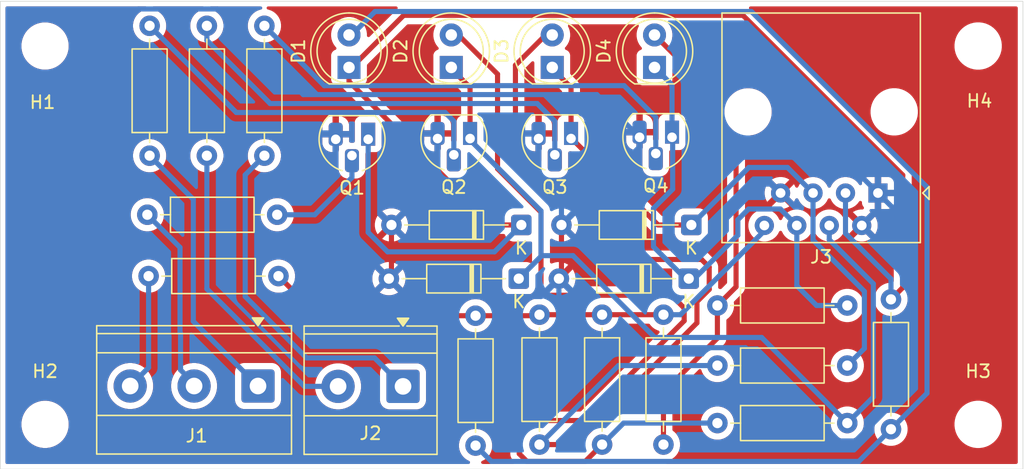
<source format=kicad_pcb>
(kicad_pcb (version 20241229) (generator "pcbnew") (generator_version "9.0")
  (layers (0 "F.Cu" signal) (2 "B.Cu" signal) (13 "F.Paste" user) (15 "B.Paste" user) (5 "F.SilkS" user "F.Silkscreen") (7 "B.SilkS" user "B.Silkscreen") (1 "F.Mask" user) (3 "B.Mask" user) (25 "Edge.Cuts" user))
  (net 0 "")
  (net 1 "Net-(D1-A)")
  (net 2 "Net-(D1-K)")
  (net 3 "Net-(D2-A)")
  (net 4 "Net-(D2-K)")
  (net 5 "Net-(D3-K)")
  (net 6 "Net-(D3-A)")
  (net 7 "Net-(D10-K)")
  (net 8 "Net-(D4-A)")
  (net 9 "Net-(J1-Pin_1)")
  (net 10 "Net-(J1-Pin_2)")
  (net 11 "GNDREF")
  (net 12 "+5V")
  (net 13 "Net-(Q1-B)")
  (net 14 "Net-(Q2-B)")
  (net 15 "Net-(Q3-B)")
  (net 16 "Net-(Q4-B)")
  (net 17 "Net-(J2-Pin_2)")
  (net 18 "Net-(J2-Pin_1)")
  (net 19 "Net-(J1-Pin_3)")
  (footprint "MountingHole:MountingHole_3.2mm_M3" (layer "F.Cu") (at 116.7 95.1)
    (property "Reference" "H1" (at -0.2 4.4 0) (layer "F.SilkS"))
    (property "Value" "MountingHole" (hide yes))
    (pad "" np_thru_hole circle (at 0 0) (size 3.2 3.2) (drill 3.2) (layers "*.Cu" "*.Mask"))
  )
  (footprint "Resistor_THT:R_Axial_DIN0207_L6.3mm_D2.5mm_P10.16mm_Horizontal" (layer "F.Cu") (at 165.08 116.12 -90)
    (property "Reference" "R12" (hide yes))
    (property "Value" "470")
    (fp_line (start 1.04 0) (end 1.81 0) (stroke (width 0.12)) (layer "F.SilkS"))
    (fp_line (start 9.12 0) (end 8.35 0) (stroke (width 0.12)) (layer "F.SilkS"))
    (fp_rect (start 1.81 -1.37) (end 8.35 1.37) (stroke (width 0.12)) (fill no) (layer "F.SilkS"))
    (pad "1" thru_hole circle (at 0 0 270) (size 1.6 1.6) (drill 0.8) (layers "*.Cu" "*.Mask") (net 12 "+5V"))
    (pad "2" thru_hole circle (at 10.16 0 270) (size 1.6 1.6) (drill 0.8) (layers "*.Cu" "*.Mask") (net 8 "Net-(D4-A)"))
  )
  (footprint "Diode_THT:D_DO-35_SOD27_P10.16mm_Horizontal" (layer "F.Cu") (at 153.96 109.1 180)
    (property "Reference" "D7" (hide yes))
    (property "Value" "ZPDxx")
    (fp_line (start 9.12 0) (end 7.2 0) (stroke (width 0.12)) (layer "F.SilkS"))
    (fp_line (start 3.8 -1.12) (end 3.8 1.12) (stroke (width 0.12)) (layer "F.SilkS"))
    (fp_line (start 3.68 -1.12) (end 3.68 1.12) (stroke (width 0.12)) (layer "F.SilkS"))
    (fp_line (start 3.56 -1.12) (end 3.56 1.12) (stroke (width 0.12)) (layer "F.SilkS"))
    (fp_line (start 1.04 0) (end 2.96 0) (stroke (width 0.12)) (layer "F.SilkS"))
    (fp_rect (start 2.96 -1.12) (end 7.2 1.12) (stroke (width 0.12)) (fill no) (layer "F.SilkS"))
    (fp_text user "K" (at 0 -1.8 0) (layer "F.SilkS"))
    (pad "1" thru_hole roundrect (at 0 0 180) (size 1.6 1.6) (drill 0.8) (layers "*.Cu" "*.Mask") (roundrect_rratio 0.15625) (net 2 "Net-(D1-K)"))
    (pad "2" thru_hole circle (at 10.16 0 180) (size 1.6 1.6) (drill 0.8) (layers "*.Cu" "*.Mask") (net 11 "GNDREF"))
  )
  (footprint "Resistor_THT:R_Axial_DIN0207_L6.3mm_D2.5mm_P10.16mm_Horizontal" (layer "F.Cu") (at 169.3 120.1)
    (property "Reference" "R10" (hide yes))
    (property "Value" "10k")
    (fp_line (start 1.04 0) (end 1.81 0) (stroke (width 0.12)) (layer "F.SilkS"))
    (fp_line (start 9.12 0) (end 8.35 0) (stroke (width 0.12)) (layer "F.SilkS"))
    (fp_rect (start 1.81 -1.37) (end 8.35 1.37) (stroke (width 0.12)) (fill no) (layer "F.SilkS"))
    (pad "1" thru_hole circle (at 0 0) (size 1.6 1.6) (drill 0.8) (layers "*.Cu" "*.Mask") (net 6 "Net-(D3-A)"))
    (pad "2" thru_hole circle (at 10.16 0) (size 1.6 1.6) (drill 0.8) (layers "*.Cu" "*.Mask") (net 5 "Net-(D3-K)"))
  )
  (footprint "MountingHole:MountingHole_3.2mm_M3" (layer "F.Cu") (at 189.7 95.1)
    (property "Reference" "H4" (at 0.1 4.3 0) (layer "F.SilkS"))
    (property "Value" "MountingHole" (hide yes))
    (pad "" np_thru_hole circle (at 0 0) (size 3.2 3.2) (drill 3.2) (layers "*.Cu" "*.Mask"))
  )
  (footprint "MountingHole:MountingHole_3.2mm_M3" (layer "F.Cu") (at 189.7 124.7)
    (property "Reference" "H3" (at 0 -4.15 0) (layer "F.SilkS"))
    (property "Value" "MountingHole" (hide yes))
    (pad "" np_thru_hole circle (at 0 0) (size 3.2 3.2) (drill 3.2) (layers "*.Cu" "*.Mask"))
  )
  (footprint "Resistor_THT:R_Axial_DIN0207_L6.3mm_D2.5mm_P10.16mm_Horizontal" (layer "F.Cu") (at 129.36 103.68 90)
    (property "Reference" "R8" (hide yes))
    (property "Value" "220")
    (fp_line (start 9.12 0) (end 8.35 0) (stroke (width 0.12)) (layer "F.SilkS"))
    (fp_line (start 1.04 0) (end 1.81 0) (stroke (width 0.12)) (layer "F.SilkS"))
    (fp_rect (start 1.81 -1.37) (end 8.35 1.37) (stroke (width 0.12)) (fill no) (layer "F.SilkS"))
    (pad "1" thru_hole circle (at 0 0 90) (size 1.6 1.6) (drill 0.8) (layers "*.Cu" "*.Mask") (net 17 "Net-(J2-Pin_2)"))
    (pad "2" thru_hole circle (at 10.16 0 90) (size 1.6 1.6) (drill 0.8) (layers "*.Cu" "*.Mask") (net 15 "Net-(Q3-B)"))
  )
  (footprint "Resistor_THT:R_Axial_DIN0207_L6.3mm_D2.5mm_P10.16mm_Horizontal" (layer "F.Cu") (at 155.38 116.12 -90)
    (property "Reference" "R9" (hide yes))
    (property "Value" "470")
    (fp_line (start 1.04 0) (end 1.81 0) (stroke (width 0.12)) (layer "F.SilkS"))
    (fp_line (start 9.12 0) (end 8.35 0) (stroke (width 0.12)) (layer "F.SilkS"))
    (fp_rect (start 1.81 -1.37) (end 8.35 1.37) (stroke (width 0.12)) (fill no) (layer "F.SilkS"))
    (pad "1" thru_hole circle (at 0 0 270) (size 1.6 1.6) (drill 0.8) (layers "*.Cu" "*.Mask") (net 12 "+5V"))
    (pad "2" thru_hole circle (at 10.16 0 270) (size 1.6 1.6) (drill 0.8) (layers "*.Cu" "*.Mask") (net 6 "Net-(D3-A)"))
  )
  (footprint "Package_TO_SOT_THT:TO-92L_HandSolder" (layer "F.Cu") (at 149.95 102.34 180)
    (property "Reference" "Q2" (at 1.27 -3.8 180) (layer "F.SilkS"))
    (property "Value" "BC548")
    (fp_line (start -0.53 1.85) (end 3.07 1.85) (stroke (width 0.12)) (layer "F.SilkS"))
    (fp_arc (start 2.05 -2.45) (mid 3.769931 -0.601036) (end 3.078445 1.827684) (stroke (width 0.12)) (layer "F.SilkS"))
    (fp_arc (start -0.541453 1.842156) (mid -1.247298 -0.581475) (end 0.45 -2.45) (stroke (width 0.12)) (layer "F.SilkS"))
    (pad "1" thru_hole rect (at 0 0 180) (size 1.1 1.8) (drill 0.75 (offset 0 0.4)) (layers "*.Cu" "*.Mask") (net 4 "Net-(D2-K)"))
    (pad "2" thru_hole roundrect (at 1.27 -1.27 180) (size 1.1 1.8) (drill 0.75 (offset 0 -0.4)) (layers "*.Cu" "*.Mask") (net 14 "Net-(Q2-B)"))
    (pad "3" thru_hole roundrect (at 2.54 0 180) (size 1.1 1.8) (drill 0.75 (offset 0 0.4)) (layers "*.Cu" "*.Mask") (net 11 "GNDREF"))
  )
  (footprint "LED_THT:LED_D5.0mm" (layer "F.Cu") (at 140.48 96.775 90)
    (property "Reference" "D1" (at 1.27 -3.96 90) (layer "F.SilkS"))
    (property "Value" "LED" (hide yes))
    (fp_line (start -1.29 -1.545) (end -1.29 1.545) (stroke (width 0.12)) (layer "F.SilkS"))
    (fp_arc (start -1.29 -1.54483) (mid 2.071779 -2.880495) (end 4.26 0) (stroke (width 0.12)) (layer "F.SilkS"))
    (fp_arc (start 4.26 0) (mid 2.071779 2.880495) (end -1.29 1.54483) (stroke (width 0.12)) (layer "F.SilkS"))
    (fp_circle (center 1.27 0) (end 3.77 0) (stroke (width 0.12)) (fill no) (layer "F.SilkS"))
    (pad "1" thru_hole rect (at 0 0 90) (size 1.8 1.8) (drill 0.9) (layers "*.Cu" "*.Mask") (net 2 "Net-(D1-K)"))
    (pad "2" thru_hole circle (at 2.54 0 90) (size 1.8 1.8) (drill 0.9) (layers "*.Cu" "*.Mask") (net 1 "Net-(D1-A)"))
  )
  (footprint "LED_THT:LED_D5.0mm" (layer "F.Cu") (at 156.38 96.775 90)
    (property "Reference" "D3" (at 1.27 -3.96 90) (layer "F.SilkS"))
    (property "Value" "LED" (hide yes))
    (fp_line (start -1.29 -1.545) (end -1.29 1.545) (stroke (width 0.12)) (layer "F.SilkS"))
    (fp_arc (start -1.29 -1.54483) (mid 2.071779 -2.880495) (end 4.26 0) (stroke (width 0.12)) (layer "F.SilkS"))
    (fp_arc (start 4.26 0) (mid 2.071779 2.880495) (end -1.29 1.54483) (stroke (width 0.12)) (layer "F.SilkS"))
    (fp_circle (center 1.27 0) (end 3.77 0) (stroke (width 0.12)) (fill no) (layer "F.SilkS"))
    (pad "1" thru_hole rect (at 0 0 90) (size 1.8 1.8) (drill 0.9) (layers "*.Cu" "*.Mask") (net 5 "Net-(D3-K)"))
    (pad "2" thru_hole circle (at 2.54 0 90) (size 1.8 1.8) (drill 0.9) (layers "*.Cu" "*.Mask") (net 6 "Net-(D3-A)"))
  )
  (footprint "Package_TO_SOT_THT:TO-92L_HandSolder" (layer "F.Cu") (at 141.98 102.4 180)
    (property "Reference" "Q1" (at 1.27 -3.8 180) (layer "F.SilkS"))
    (property "Value" "BC548")
    (fp_line (start -0.53 1.85) (end 3.07 1.85) (stroke (width 0.12)) (layer "F.SilkS"))
    (fp_arc (start 2.05 -2.45) (mid 3.769931 -0.601036) (end 3.078445 1.827684) (stroke (width 0.12)) (layer "F.SilkS"))
    (fp_arc (start -0.541453 1.842156) (mid -1.247298 -0.581475) (end 0.45 -2.45) (stroke (width 0.12)) (layer "F.SilkS"))
    (pad "1" thru_hole rect (at 0 0 180) (size 1.1 1.8) (drill 0.75 (offset 0 0.4)) (layers "*.Cu" "*.Mask") (net 2 "Net-(D1-K)"))
    (pad "2" thru_hole roundrect (at 1.27 -1.27 180) (size 1.1 1.8) (drill 0.75 (offset 0 -0.4)) (layers "*.Cu" "*.Mask") (net 13 "Net-(Q1-B)"))
    (pad "3" thru_hole roundrect (at 2.54 0 180) (size 1.1 1.8) (drill 0.75 (offset 0 0.4)) (layers "*.Cu" "*.Mask") (net 11 "GNDREF"))
  )
  (footprint "Resistor_THT:R_Axial_DIN0207_L6.3mm_D2.5mm_P10.16mm_Horizontal" (layer "F.Cu") (at 150.38 116.2 -90)
    (property "Reference" "R2" (hide yes))
    (property "Value" "470")
    (fp_line (start 1.04 0) (end 1.81 0) (stroke (width 0.12)) (layer "F.SilkS"))
    (fp_line (start 9.12 0) (end 8.35 0) (stroke (width 0.12)) (layer "F.SilkS"))
    (fp_rect (start 1.81 -1.37) (end 8.35 1.37) (stroke (width 0.12)) (fill no) (layer "F.SilkS"))
    (pad "1" thru_hole circle (at 0 0 270) (size 1.6 1.6) (drill 0.8) (layers "*.Cu" "*.Mask") (net 12 "+5V"))
    (pad "2" thru_hole circle (at 10.16 0 270) (size 1.6 1.6) (drill 0.8) (layers "*.Cu" "*.Mask") (net 1 "Net-(D1-A)"))
  )
  (footprint "Resistor_THT:R_Axial_DIN0207_L6.3mm_D2.5mm_P10.16mm_Horizontal" (layer "F.Cu") (at 160.28 116.12 -90)
    (property "Reference" "R6" (hide yes))
    (property "Value" "470")
    (fp_line (start 1.04 0) (end 1.81 0) (stroke (width 0.12)) (layer "F.SilkS"))
    (fp_line (start 9.12 0) (end 8.35 0) (stroke (width 0.12)) (layer "F.SilkS"))
    (fp_rect (start 1.81 -1.37) (end 8.35 1.37) (stroke (width 0.12)) (fill no) (layer "F.SilkS"))
    (pad "1" thru_hole circle (at 0 0 270) (size 1.6 1.6) (drill 0.8) (layers "*.Cu" "*.Mask") (net 12 "+5V"))
    (pad "2" thru_hole circle (at 10.16 0 270) (size 1.6 1.6) (drill 0.8) (layers "*.Cu" "*.Mask") (net 3 "Net-(D2-A)"))
  )
  (footprint "Resistor_THT:R_Axial_DIN0207_L6.3mm_D2.5mm_P10.16mm_Horizontal" (layer "F.Cu") (at 169.3 124.6)
    (property "Reference" "R7" (hide yes))
    (property "Value" "10k")
    (fp_line (start 1.04 0) (end 1.81 0) (stroke (width 0.12)) (layer "F.SilkS"))
    (fp_line (start 9.12 0) (end 8.35 0) (stroke (width 0.12)) (layer "F.SilkS"))
    (fp_rect (start 1.81 -1.37) (end 8.35 1.37) (stroke (width 0.12)) (fill no) (layer "F.SilkS"))
    (pad "1" thru_hole circle (at 0 0) (size 1.6 1.6) (drill 0.8) (layers "*.Cu" "*.Mask") (net 3 "Net-(D2-A)"))
    (pad "2" thru_hole circle (at 10.16 0) (size 1.6 1.6) (drill 0.8) (layers "*.Cu" "*.Mask") (net 4 "Net-(D2-K)"))
  )
  (footprint "Resistor_THT:R_Axial_DIN0207_L6.3mm_D2.5mm_P10.16mm_Horizontal" (layer "F.Cu") (at 133.86 103.68 90)
    (property "Reference" "R11" (hide yes))
    (property "Value" "220")
    (fp_line (start 9.12 0) (end 8.35 0) (stroke (width 0.12)) (layer "F.SilkS"))
    (fp_line (start 1.04 0) (end 1.81 0) (stroke (width 0.12)) (layer "F.SilkS"))
    (fp_rect (start 1.81 -1.37) (end 8.35 1.37) (stroke (width 0.12)) (fill no) (layer "F.SilkS"))
    (pad "1" thru_hole circle (at 0 0 90) (size 1.6 1.6) (drill 0.8) (layers "*.Cu" "*.Mask") (net 18 "Net-(J2-Pin_1)"))
    (pad "2" thru_hole circle (at 10.16 0 90) (size 1.6 1.6) (drill 0.8) (layers "*.Cu" "*.Mask") (net 16 "Net-(Q4-B)"))
  )
  (footprint "TerminalBlock_Phoenix:TerminalBlock_Phoenix_MKDS-1,5-2-5.08_1x02_P5.08mm_Horizontal" (layer "F.Cu") (at 144.705 121.7275 180)
    (property "Reference" "J2" (at 2.545 -3.6725 0) (layer "F.SilkS"))
    (property "Value" "Screw_Terminal_01x02" (hide yes))
    (fp_line (start 7.74 -5.32) (end 7.74 4.72) (stroke (width 0.12)) (layer "F.SilkS"))
    (fp_line (start 0.3 4.72) (end 7.74 4.72) (stroke (width 0.12)) (layer "F.SilkS"))
    (fp_line (start -2.66 4.72) (end -0.3 4.72) (stroke (width 0.12)) (layer "F.SilkS"))
    (fp_line (start -2.66 4.1) (end 7.74 4.1) (stroke (width 0.12)) (layer "F.SilkS"))
    (fp_line (start -2.66 2.6) (end 7.74 2.6) (stroke (width 0.12)) (layer "F.SilkS"))
    (fp_line (start -2.66 -2.3) (end 7.74 -2.3) (stroke (width 0.12)) (layer "F.SilkS"))
    (fp_line (start -2.66 -5.32) (end 7.74 -5.32) (stroke (width 0.12)) (layer "F.SilkS"))
    (fp_line (start -2.66 -5.32) (end -2.66 4.72) (stroke (width 0.12)) (layer "F.SilkS"))
    (fp_poly (pts (xy 0 4.72) (xy 0.44 5.33) (xy -0.44 5.33)) (stroke (width 0.12)) (fill yes) (layer "F.SilkS"))
    (pad "1" thru_hole roundrect (at 0 0 180) (size 2.6 2.6) (drill 1.3) (layers "*.Cu" "*.Mask") (roundrect_rratio 0.096154) (net 18 "Net-(J2-Pin_1)"))
    (pad "2" thru_hole circle (at 5.08 0 180) (size 2.6 2.6) (drill 1.3) (layers "*.Cu" "*.Mask") (net 17 "Net-(J2-Pin_2)"))
  )
  (footprint "Connector_RJ:RJ45_Amphenol_54602-x08_Horizontal" (layer "F.Cu") (at 181.8625 106.6 180)
    (property "Reference" "J3" (at 4.445 -5 0) (layer "F.SilkS"))
    (property "Value" "8P8C")
    (fp_line (start 12.205 -3.88) (end 12.205 14.08) (stroke (width 0.12)) (layer "F.SilkS"))
    (fp_line (start 12.205 -3.88) (end -3.315 -3.88) (stroke (width 0.12)) (layer "F.SilkS"))
    (fp_line (start -3.315 14.08) (end 12.205 14.08) (stroke (width 0.12)) (layer "F.SilkS"))
    (fp_line (start -3.315 -3.88) (end -3.315 14.08) (stroke (width 0.12)) (layer "F.SilkS"))
    (fp_line (start -3.5 0) (end -4 -0.5) (stroke (width 0.12)) (layer "F.SilkS"))
    (fp_line (start -4 0.5) (end -3.5 0) (stroke (width 0.12)) (layer "F.SilkS"))
    (fp_line (start -4 -0.5) (end -4 0.5) (stroke (width 0.12)) (layer "F.SilkS"))
    (pad "" np_thru_hole circle (at -1.27 6.35 180) (size 3.2 3.2) (drill 3.2) (layers "*.Cu" "*.Mask"))
    (pad "" np_thru_hole circle (at 10.16 6.35 180) (size 3.2 3.2) (drill 3.2) (layers "*.Cu" "*.Mask"))
    (pad "1" thru_hole rect (at 0 0 180) (size 1.5 1.5) (drill 0.76) (layers "*.Cu" "*.Mask") (net 11 "GNDREF"))
    (pad "2" thru_hole circle (at 1.27 -2.54 180) (size 1.5 1.5) (drill 0.76) (layers "*.Cu" "*.Mask") (net 11 "GNDREF"))
    (pad "3" thru_hole circle (at 2.54 0 180) (size 1.5 1.5) (drill 0.76) (layers "*.Cu" "*.Mask") (net 2 "Net-(D1-K)"))
    (pad "4" thru_hole circle (at 3.81 -2.54 180) (size 1.5 1.5) (drill 0.76) (layers "*.Cu" "*.Mask") (net 4 "Net-(D2-K)"))
    (pad "5" thru_hole circle (at 5.08 0 180) (size 1.5 1.5) (drill 0.76) (layers "*.Cu" "*.Mask") (net 5 "Net-(D3-K)"))
    (pad "6" thru_hole circle (at 6.35 -2.54 180) (size 1.5 1.5) (drill 0.76) (layers "*.Cu" "*.Mask") (net 7 "Net-(D10-K)"))
    (pad "7" thru_hole circle (at 7.62 0 180) (size 1.5 1.5) (drill 0.76) (layers "*.Cu" "*.Mask") (net 11 "GNDREF"))
    (pad "8" thru_hole circle (at 8.89 -2.54 180) (size 1.5 1.5) (drill 0.76) (layers "*.Cu" "*.Mask") (net 12 "+5V"))
  )
  (footprint "Resistor_THT:R_Axial_DIN0207_L6.3mm_D2.5mm_P10.16mm_Horizontal" (layer "F.Cu") (at 182.88 125.08 90)
    (property "Reference" "R1" (hide yes))
    (property "Value" "10k")
    (fp_line (start 9.12 0) (end 8.35 0) (stroke (width 0.12)) (layer "F.SilkS"))
    (fp_line (start 1.04 0) (end 1.81 0) (stroke (width 0.12)) (layer "F.SilkS"))
    (fp_rect (start 1.81 -1.37) (end 8.35 1.37) (stroke (width 0.12)) (fill no) (layer "F.SilkS"))
    (pad "1" thru_hole circle (at 0 0 90) (size 1.6 1.6) (drill 0.8) (layers "*.Cu" "*.Mask") (net 1 "Net-(D1-A)"))
    (pad "2" thru_hole circle (at 10.16 0 90) (size 1.6 1.6) (drill 0.8) (layers "*.Cu" "*.Mask") (net 2 "Net-(D1-K)"))
  )
  (footprint "Diode_THT:D_DO-35_SOD27_P10.16mm_Horizontal" (layer "F.Cu") (at 167.26 109.1 180)
    (property "Reference" "D9" (hide yes))
    (property "Value" "ZPDxx")
    (fp_line (start 9.12 0) (end 7.2 0) (stroke (width 0.12)) (layer "F.SilkS"))
    (fp_line (start 3.8 -1.12) (end 3.8 1.12) (stroke (width 0.12)) (layer "F.SilkS"))
    (fp_line (start 3.68 -1.12) (end 3.68 1.12) (stroke (width 0.12)) (layer "F.SilkS"))
    (fp_line (start 3.56 -1.12) (end 3.56 1.12) (stroke (width 0.12)) (layer "F.SilkS"))
    (fp_line (start 1.04 0) (end 2.96 0) (stroke (width 0.12)) (layer "F.SilkS"))
    (fp_rect (start 2.96 -1.12) (end 7.2 1.12) (stroke (width 0.12)) (fill no) (layer "F.SilkS"))
    (fp_text user "K" (at 0 -1.8 0) (layer "F.SilkS"))
    (pad "1" thru_hole roundrect (at 0 0 180) (size 1.6 1.6) (drill 0.8) (layers "*.Cu" "*.Mask") (roundrect_rratio 0.15625) (net 5 "Net-(D3-K)"))
    (pad "2" thru_hole circle (at 10.16 0 180) (size 1.6 1.6) (drill 0.8) (layers "*.Cu" "*.Mask") (net 11 "GNDREF"))
  )
  (footprint "Package_TO_SOT_THT:TO-92L_HandSolder" (layer "F.Cu") (at 165.75 102.24 180)
    (property "Reference" "Q4" (at 1.27 -3.8 180) (layer "F.SilkS"))
    (property "Value" "BC548")
    (fp_line (start -0.53 1.85) (end 3.07 1.85) (stroke (width 0.12)) (layer "F.SilkS"))
    (fp_arc (start 2.05 -2.45) (mid 3.769931 -0.601036) (end 3.078445 1.827684) (stroke (width 0.12)) (layer "F.SilkS"))
    (fp_arc (start -0.541453 1.842156) (mid -1.247298 -0.581475) (end 0.45 -2.45) (stroke (width 0.12)) (layer "F.SilkS"))
    (pad "1" thru_hole rect (at 0 0 180) (size 1.1 1.8) (drill 0.75 (offset 0 0.4)) (layers "*.Cu" "*.Mask") (net 7 "Net-(D10-K)"))
    (pad "2" thru_hole roundrect (at 1.27 -1.27 180) (size 1.1 1.8) (drill 0.75 (offset 0 -0.4)) (layers "*.Cu" "*.Mask") (net 16 "Net-(Q4-B)"))
    (pad "3" thru_hole roundrect (at 2.54 0 180) (size 1.1 1.8) (drill 0.75 (offset 0 0.4)) (layers "*.Cu" "*.Mask") (net 11 "GNDREF"))
  )
  (footprint "TerminalBlock_Phoenix:TerminalBlock_Phoenix_MKDS-1,5-3_1x03_P5.00mm_Horizontal" (layer "F.Cu") (at 133.36 121.7 180)
    (property "Reference" "J1" (at 4.8 -3.9 0) (layer "F.SilkS"))
    (property "Value" "Screw_Terminal_01x03" (hide yes))
    (fp_line (start 12.62 -5.32) (end 12.62 4.72) (stroke (width 0.12)) (layer "F.SilkS"))
    (fp_line (start 0.3 4.72) (end 12.62 4.72) (stroke (width 0.12)) (layer "F.SilkS"))
    (fp_line (start -2.62 4.72) (end -0.3 4.72) (stroke (width 0.12)) (layer "F.SilkS"))
    (fp_line (start -2.62 4.1) (end 12.62 4.1) (stroke (width 0.12)) (layer "F.SilkS"))
    (fp_line (start -2.62 2.6) (end 12.62 2.6) (stroke (width 0.12)) (layer "F.SilkS"))
    (fp_line (start -2.62 -2.3) (end 12.62 -2.3) (stroke (width 0.12)) (layer "F.SilkS"))
    (fp_line (start -2.62 -5.32) (end 12.62 -5.32) (stroke (width 0.12)) (layer "F.SilkS"))
    (fp_line (start -2.62 -5.32) (end -2.62 4.72) (stroke (width 0.12)) (layer "F.SilkS"))
    (fp_poly (pts (xy 0 4.72) (xy 0.44 5.33) (xy -0.44 5.33)) (stroke (width 0.12)) (fill yes) (layer "F.SilkS"))
    (pad "1" thru_hole roundrect (at 0 0 180) (size 2.6 2.6) (drill 1.3) (layers "*.Cu" "*.Mask") (roundrect_rratio 0.096154) (net 9 "Net-(J1-Pin_1)"))
    (pad "2" thru_hole circle (at 5 0 180) (size 2.6 2.6) (drill 1.3) (layers "*.Cu" "*.Mask") (net 10 "Net-(J1-Pin_2)"))
    (pad "3" thru_hole circle (at 10 0 180) (size 2.6 2.6) (drill 1.3) (layers "*.Cu" "*.Mask") (net 19 "Net-(J1-Pin_3)"))
  )
  (footprint "Diode_THT:D_DO-35_SOD27_P10.16mm_Horizontal" (layer "F.Cu") (at 167.06 113.3 180)
    (property "Reference" "D10" (hide yes))
    (property "Value" "ZPDxx")
    (fp_line (start 9.12 0) (end 7.2 0) (stroke (width 0.12)) (layer "F.SilkS"))
    (fp_line (start 3.8 -1.12) (end 3.8 1.12) (stroke (width 0.12)) (layer "F.SilkS"))
    (fp_line (start 3.68 -1.12) (end 3.68 1.12) (stroke (width 0.12)) (layer "F.SilkS"))
    (fp_line (start 3.56 -1.12) (end 3.56 1.12) (stroke (width 0.12)) (layer "F.SilkS"))
    (fp_line (start 1.04 0) (end 2.96 0) (stroke (width 0.12)) (layer "F.SilkS"))
    (fp_rect (start 2.96 -1.12) (end 7.2 1.12) (stroke (width 0.12)) (fill no) (layer "F.SilkS"))
    (fp_text user "K" (at 0 -1.8 0) (layer "F.SilkS"))
    (pad "1" thru_hole roundrect (at 0 0 180) (size 1.6 1.6) (drill 0.8) (layers "*.Cu" "*.Mask") (roundrect_rratio 0.15625) (net 7 "Net-(D10-K)"))
    (pad "2" thru_hole circle (at 10.16 0 180) (size 1.6 1.6) (drill 0.8) (layers "*.Cu" "*.Mask") (net 11 "GNDREF"))
  )
  (footprint "Resistor_THT:R_Axial_DIN0207_L6.3mm_D2.5mm_P10.16mm_Horizontal" (layer "F.Cu") (at 124.88 103.68 90)
    (property "Reference" "R5" (hide yes))
    (property "Value" "220")
    (fp_line (start 9.12 0) (end 8.35 0) (stroke (width 0.12)) (layer "F.SilkS"))
    (fp_line (start 1.04 0) (end 1.81 0) (stroke (width 0.12)) (layer "F.SilkS"))
    (fp_rect (start 1.81 -1.37) (end 8.35 1.37) (stroke (width 0.12)) (fill no) (layer "F.SilkS"))
    (pad "1" thru_hole circle (at 0 0 90) (size 1.6 1.6) (drill 0.8) (layers "*.Cu" "*.Mask") (net 9 "Net-(J1-Pin_1)"))
    (pad "2" thru_hole circle (at 10.16 0 90) (size 1.6 1.6) (drill 0.8) (layers "*.Cu" "*.Mask") (net 14 "Net-(Q2-B)"))
  )
  (footprint "LED_THT:LED_D5.0mm" (layer "F.Cu") (at 164.38 96.775 90)
    (property "Reference" "D4" (at 1.27 -3.96 90) (layer "F.SilkS"))
    (property "Value" "LED" (hide yes))
    (fp_line (start -1.29 -1.545) (end -1.29 1.545) (stroke (width 0.12)) (layer "F.SilkS"))
    (fp_arc (start -1.29 -1.54483) (mid 2.071779 -2.880495) (end 4.26 0) (stroke (width 0.12)) (layer "F.SilkS"))
    (fp_arc (start 4.26 0) (mid 2.071779 2.880495) (end -1.29 1.54483) (stroke (width 0.12)) (layer "F.SilkS"))
    (fp_circle (center 1.27 0) (end 3.77 0) (stroke (width 0.12)) (fill no) (layer "F.SilkS"))
    (pad "1" thru_hole rect (at 0 0 90) (size 1.8 1.8) (drill 0.9) (layers "*.Cu" "*.Mask") (net 7 "Net-(D10-K)"))
    (pad "2" thru_hole circle (at 2.54 0 90) (size 1.8 1.8) (drill 0.9) (layers "*.Cu" "*.Mask") (net 8 "Net-(D4-A)"))
  )
  (footprint "Diode_THT:D_DO-35_SOD27_P10.16mm_Horizontal" (layer "F.Cu") (at 153.76 113.3 180)
    (property "Reference" "D8" (hide yes))
    (property "Value" "ZPDxx")
    (fp_line (start 9.12 0) (end 7.2 0) (stroke (width 0.12)) (layer "F.SilkS"))
    (fp_line (start 3.8 -1.12) (end 3.8 1.12) (stroke (width 0.12)) (layer "F.SilkS"))
    (fp_line (start 3.68 -1.12) (end 3.68 1.12) (stroke (width 0.12)) (layer "F.SilkS"))
    (fp_line (start 3.56 -1.12) (end 3.56 1.12) (stroke (width 0.12)) (layer "F.SilkS"))
    (fp_line (start 1.04 0) (end 2.96 0) (stroke (width 0.12)) (layer "F.SilkS"))
    (fp_rect (start 2.96 -1.12) (end 7.2 1.12) (stroke (width 0.12)) (fill no) (layer "F.SilkS"))
    (fp_text user "K" (at 0 -1.8 0) (layer "F.SilkS"))
    (pad "1" thru_hole roundrect (at 0 0 180) (size 1.6 1.6) (drill 0.8) (layers "*.Cu" "*.Mask") (roundrect_rratio 0.15625) (net 4 "Net-(D2-K)"))
    (pad "2" thru_hole circle (at 10.16 0 180) (size 1.6 1.6) (drill 0.8) (layers "*.Cu" "*.Mask") (net 11 "GNDREF"))
  )
  (footprint "Resistor_THT:R_Axial_DIN0207_L6.3mm_D2.5mm_P10.16mm_Horizontal" (layer "F.Cu") (at 124.8 113.1)
    (property "Reference" "R4" (hide yes))
    (property "Value" "220")
    (fp_line (start 1.04 0) (end 1.81 0) (stroke (width 0.12)) (layer "F.SilkS"))
    (fp_line (start 9.12 0) (end 8.35 0) (stroke (width 0.12)) (layer "F.SilkS"))
    (fp_rect (start 1.81 -1.37) (end 8.35 1.37) (stroke (width 0.12)) (fill no) (layer "F.SilkS"))
    (pad "1" thru_hole circle (at 0 0) (size 1.6 1.6) (drill 0.8) (layers "*.Cu" "*.Mask") (net 19 "Net-(J1-Pin_3)"))
    (pad "2" thru_hole circle (at 10.16 0) (size 1.6 1.6) (drill 0.8) (layers "*.Cu" "*.Mask") (net 12 "+5V"))
  )
  (footprint "Resistor_THT:R_Axial_DIN0207_L6.3mm_D2.5mm_P10.16mm_Horizontal" (layer "F.Cu") (at 169.3 115.4)
    (property "Reference" "R13" (hide yes))
    (property "Value" "10k")
    (fp_line (start 1.04 0) (end 1.81 0) (stroke (width 0.12)) (layer "F.SilkS"))
    (fp_line (start 9.12 0) (end 8.35 0) (stroke (width 0.12)) (layer "F.SilkS"))
    (fp_rect (start 1.81 -1.37) (end 8.35 1.37) (stroke (width 0.12)) (fill no) (layer "F.SilkS"))
    (pad "1" thru_hole circle (at 0 0) (size 1.6 1.6) (drill 0.8) (layers "*.Cu" "*.Mask") (net 8 "Net-(D4-A)"))
    (pad "2" thru_hole circle (at 10.16 0) (size 1.6 1.6) (drill 0.8) (layers "*.Cu" "*.Mask") (net 7 "Net-(D10-K)"))
  )
  (footprint "Package_TO_SOT_THT:TO-92L_HandSolder" (layer "F.Cu") (at 157.85 102.34 180)
    (property "Reference" "Q3" (at 1.27 -3.8 180) (layer "F.SilkS"))
    (property "Value" "BC548")
    (fp_line (start -0.53 1.85) (end 3.07 1.85) (stroke (width 0.12)) (layer "F.SilkS"))
    (fp_arc (start 2.05 -2.45) (mid 3.769931 -0.601036) (end 3.078445 1.827684) (stroke (width 0.12)) (layer "F.SilkS"))
    (fp_arc (start -0.541453 1.842156) (mid -1.247298 -0.581475) (end 0.45 -2.45) (stroke (width 0.12)) (layer "F.SilkS"))
    (pad "1" thru_hole rect (at 0 0 180) (size 1.1 1.8) (drill 0.75 (offset 0 0.4)) (layers "*.Cu" "*.Mask") (net 5 "Net-(D3-K)"))
    (pad "2" thru_hole roundrect (at 1.27 -1.27 180) (size 1.1 1.8) (drill 0.75 (offset 0 -0.4)) (layers "*.Cu" "*.Mask") (net 15 "Net-(Q3-B)"))
    (pad "3" thru_hole roundrect (at 2.54 0 180) (size 1.1 1.8) (drill 0.75 (offset 0 0.4)) (layers "*.Cu" "*.Mask") (net 11 "GNDREF"))
  )
  (footprint "Resistor_THT:R_Axial_DIN0207_L6.3mm_D2.5mm_P10.16mm_Horizontal" (layer "F.Cu") (at 124.7 108.3)
    (property "Reference" "R3" (hide yes))
    (property "Value" "220")
    (fp_line (start 1.04 0) (end 1.81 0) (stroke (width 0.12)) (layer "F.SilkS"))
    (fp_line (start 9.12 0) (end 8.35 0) (stroke (width 0.12)) (layer "F.SilkS"))
    (fp_rect (start 1.81 -1.37) (end 8.35 1.37) (stroke (width 0.12)) (fill no) (layer "F.SilkS"))
    (pad "1" thru_hole circle (at 0 0) (size 1.6 1.6) (drill 0.8) (layers "*.Cu" "*.Mask") (net 10 "Net-(J1-Pin_2)"))
    (pad "2" thru_hole circle (at 10.16 0) (size 1.6 1.6) (drill 0.8) (layers "*.Cu" "*.Mask") (net 13 "Net-(Q1-B)"))
  )
  (footprint "MountingHole:MountingHole_3.2mm_M3" (layer "F.Cu") (at 116.7 124.7)
    (property "Reference" "H2" (at 0 -4.15 0) (layer "F.SilkS"))
    (property "Value" "MountingHole" (hide yes))
    (pad "" np_thru_hole circle (at 0 0) (size 3.2 3.2) (drill 3.2) (layers "*.Cu" "*.Mask"))
  )
  (footprint "LED_THT:LED_D5.0mm" (layer "F.Cu") (at 148.48 96.775 90)
    (property "Reference" "D2" (at 1.27 -3.96 90) (layer "F.SilkS"))
    (property "Value" "LED" (hide yes))
    (fp_line (start -1.29 -1.545) (end -1.29 1.545) (stroke (width 0.12)) (layer "F.SilkS"))
    (fp_arc (start -1.29 -1.54483) (mid 2.071779 -2.880495) (end 4.26 0) (stroke (width 0.12)) (layer "F.SilkS"))
    (fp_arc (start 4.26 0) (mid 2.071779 2.880495) (end -1.29 1.54483) (stroke (width 0.12)) (layer "F.SilkS"))
    (fp_circle (center 1.27 0) (end 3.77 0) (stroke (width 0.12)) (fill no) (layer "F.SilkS"))
    (pad "1" thru_hole rect (at 0 0 90) (size 1.8 1.8) (drill 0.9) (layers "*.Cu" "*.Mask") (net 4 "Net-(D2-K)"))
    (pad "2" thru_hole circle (at 2.54 0 90) (size 1.8 1.8) (drill 0.9) (layers "*.Cu" "*.Mask") (net 3 "Net-(D2-A)"))
  )
  (gr_rect (start 113.2 91.6) (end 193.2 128.2) (stroke (width 0.05)) (fill no) (layer "Edge.Cuts"))
  (segment (start 185.7 122.26) (end 182.88 125.08) (width 0.4) (layer "B.Cu") (net 1))
  (segment (start 182.88 125.08) (end 180.36 127.6) (width 0.4) (layer "B.Cu") (net 1))
  (segment (start 151.619 127.599) (end 150.38 126.36) (width 0.4) (layer "B.Cu") (net 1))
  (segment (start 180.36 127.6) (end 176.4 127.6) (width 0.4) (layer "B.Cu") (net 1))
  (segment (start 171.96 92.4) (end 185.7 106.14) (width 0.4) (layer "B.Cu") (net 1))
  (segment (start 176.399 127.599) (end 151.619 127.599) (width 0.4) (layer "B.Cu") (net 1))
  (segment (start 176.4 127.6) (end 176.399 127.599) (width 0.4) (layer "B.Cu") (net 1))
  (segment (start 142.515 92.4) (end 171.96 92.4) (width 0.4) (layer "B.Cu") (net 1))
  (segment (start 185.7 106.14) (end 185.7 122.26) (width 0.4) (layer "B.Cu") (net 1))
  (segment (start 140.48 94.435) (end 142.515 92.4) (width 0.4) (layer "B.Cu") (net 1))
  (segment (start 183.8 105.2) (end 171.3 92.7) (width 0.4) (layer "F.Cu") (net 2))
  (segment (start 140.48 97.88) (end 151.7 109.1) (width 0.4) (layer "F.Cu") (net 2))
  (segment (start 140.48 96.975) (end 140.48 97.88) (width 0.4) (layer "F.Cu") (net 2))
  (segment (start 171.3 92.7) (end 144.755 92.7) (width 0.4) (layer "F.Cu") (net 2))
  (segment (start 183.8 114) (end 183.8 105.2) (width 0.4) (layer "F.Cu") (net 2))
  (segment (start 182.88 114.92) (end 183.8 114) (width 0.4) (layer "F.Cu") (net 2))
  (segment (start 151.7 109.1) (end 153.96 109.1) (width 0.4) (layer "F.Cu") (net 2))
  (segment (start 144.755 92.7) (end 140.48 96.975) (width 0.4) (layer "F.Cu") (net 2))
  (segment (start 182.88 114.92) (end 182.88 113.32) (width 0.4) (layer "B.Cu") (net 2))
  (segment (start 141.98 109.68) (end 143.5 111.2) (width 0.4) (layer "B.Cu") (net 2))
  (segment (start 143.5 111.2) (end 151.86 111.2) (width 0.4) (layer "B.Cu") (net 2))
  (segment (start 151.86 111.2) (end 153.96 109.1) (width 0.4) (layer "B.Cu") (net 2))
  (segment (start 179.3225 109.7625) (end 179.3225 106.6) (width 0.4) (layer "B.Cu") (net 2))
  (segment (start 141.98 102.4) (end 141.98 109.68) (width 0.4) (layer "B.Cu") (net 2))
  (segment (start 182.88 113.32) (end 179.3225 109.7625) (width 0.4) (layer "B.Cu") (net 2))
  (segment (start 158.9 124.4) (end 155 124.4) (width 0.4) (layer "F.Cu") (net 3))
  (segment (start 166.7 116.6) (end 158.9 124.4) (width 0.4) (layer "F.Cu") (net 3))
  (segment (start 152.1 97.3) (end 152.1 104.7) (width 0.4) (layer "F.Cu") (net 3))
  (segment (start 155.5 114.1) (end 156 114.6) (width 0.4) (layer "F.Cu") (net 3))
  (segment (start 154.4 127.6) (end 158.96 127.6) (width 0.4) (layer "F.Cu") (net 3))
  (segment (start 152.1 104.7) (end 155.5 108.1) (width 0.4) (layer "F.Cu") (net 3))
  (segment (start 153.8 125.6) (end 153.8 127) (width 0.4) (layer "F.Cu") (net 3))
  (segment (start 165.7 114.6) (end 166.7 115.6) (width 0.4) (layer "F.Cu") (net 3))
  (segment (start 155 124.4) (end 153.8 125.6) (width 0.4) (layer "F.Cu") (net 3))
  (segment (start 166.7 115.6) (end 166.7 116.6) (width 0.4) (layer "F.Cu") (net 3))
  (segment (start 158.96 127.6) (end 160.28 126.28) (width 0.4) (layer "F.Cu") (net 3))
  (segment (start 153.8 127) (end 154.4 127.6) (width 0.4) (layer "F.Cu") (net 3))
  (segment (start 155.5 108.1) (end 155.5 114.1) (width 0.4) (layer "F.Cu") (net 3))
  (segment (start 148.48 94.335) (end 149.135 94.335) (width 0.4) (layer "F.Cu") (net 3))
  (segment (start 156 114.6) (end 165.7 114.6) (width 0.4) (layer "F.Cu") (net 3))
  (segment (start 149.135 94.335) (end 152.1 97.3) (width 0.4) (layer "F.Cu") (net 3))
  (segment (start 161.96 124.6) (end 160.28 126.28) (width 0.4) (layer "B.Cu") (net 3))
  (segment (start 169.3 124.6) (end 161.96 124.6) (width 0.4) (layer "B.Cu") (net 3))
  (segment (start 149.95 98.345) (end 149.95 102.34) (width 0.4) (layer "F.Cu") (net 4))
  (segment (start 148.48 96.875) (end 149.95 98.345) (width 0.4) (layer "F.Cu") (net 4))
  (segment (start 158 111.5) (end 155.56 111.5) (width 0.4) (layer "B.Cu") (net 4))
  (segment (start 155.5 111.56) (end 155.5 108) (width 0.4) (layer "B.Cu") (net 4))
  (segment (start 181.5 113.7) (end 181.5 122.56) (width 0.4) (layer "B.Cu") (net 4))
  (segment (start 155.5 108) (end 149.95 102.45) (width 0.4) (layer "B.Cu") (net 4))
  (segment (start 149.95 102.45) (end 149.95 102.34) (width 0.4) (layer "B.Cu") (net 4))
  (segment (start 178.0525 109.14) (end 178.0525 110.2525) (width 0.4) (layer "B.Cu") (net 4))
  (segment (start 178.0525 110.2525) (end 181.5 113.7) (width 0.4) (layer "B.Cu") (net 4))
  (segment (start 164.4 117.9) (end 158 111.5) (width 0.4) (layer "B.Cu") (net 4))
  (segment (start 172.76 117.9) (end 164.4 117.9) (width 0.4) (layer "B.Cu") (net 4))
  (segment (start 155.56 111.5) (end 153.76 113.3) (width 0.4) (layer "B.Cu") (net 4))
  (segment (start 179.46 124.6) (end 172.76 117.9) (width 0.4) (layer "B.Cu") (net 4))
  (segment (start 181.5 122.56) (end 179.46 124.6) (width 0.4) (layer "B.Cu") (net 4))
  (segment (start 153.76 113.3) (end 155.5 111.56) (width 0.4) (layer "B.Cu") (net 4))
  (segment (start 157.9 102.34) (end 164.66 109.1) (width 0.4) (layer "F.Cu") (net 5))
  (segment (start 157.85 98.345) (end 157.85 102.34) (width 0.4) (layer "F.Cu") (net 5))
  (segment (start 157.85 102.34) (end 157.9 102.34) (width 0.4) (layer "F.Cu") (net 5))
  (segment (start 156.38 96.875) (end 157.85 98.345) (width 0.4) (layer "F.Cu") (net 5))
  (segment (start 164.66 109.1) (end 167.26 109.1) (width 0.4) (layer "F.Cu") (net 5))
  (segment (start 180.8 114.3) (end 180.8 118.76) (width 0.4) (layer "B.Cu") (net 5))
  (segment (start 167.26 109.1) (end 171.76 104.6) (width 0.4) (layer "B.Cu") (net 5))
  (segment (start 176.7825 106.6) (end 176.7825 110.2825) (width 0.4) (layer "B.Cu") (net 5))
  (segment (start 174.7825 104.6) (end 176.7825 106.6) (width 0.4) (layer "B.Cu") (net 5))
  (segment (start 171.76 104.6) (end 174.7825 104.6) (width 0.4) (layer "B.Cu") (net 5))
  (segment (start 180.8 118.76) (end 179.46 120.1) (width 0.4) (layer "B.Cu") (net 5))
  (segment (start 176.7825 110.2825) (end 180.8 114.3) (width 0.4) (layer "B.Cu") (net 5))
  (segment (start 155.865 94.235) (end 153.5 96.6) (width 0.4) (layer "F.Cu") (net 6))
  (segment (start 153.5 96.6) (end 153.5 103.3) (width 0.4) (layer "F.Cu") (net 6))
  (segment (start 168.66 114.14) (end 167.7 115.1) (width 0.4) (layer "F.Cu") (net 6))
  (segment (start 167.7 116.76) (end 158.18 126.28) (width 0.4) (layer "F.Cu") (net 6))
  (segment (start 168.06 111.8) (end 168.66 112.4) (width 0.4) (layer "F.Cu") (net 6))
  (segment (start 153.5 103.3) (end 162 111.8) (width 0.4) (layer "F.Cu") (net 6))
  (segment (start 168.66 112.4) (end 168.66 114.14) (width 0.4) (layer "F.Cu") (net 6))
  (segment (start 162 111.8) (end 168.06 111.8) (width 0.4) (layer "F.Cu") (net 6))
  (segment (start 156.38 94.235) (end 155.865 94.235) (width 0.4) (layer "F.Cu") (net 6))
  (segment (start 156.38 94.335) (end 156.38 94.235) (width 0.4) (layer "F.Cu") (net 6))
  (segment (start 158.18 126.28) (end 155.38 126.28) (width 0.4) (layer "F.Cu") (net 6))
  (segment (start 167.7 115.1) (end 167.7 116.76) (width 0.4) (layer "F.Cu") (net 6))
  (segment (start 161.56 120.1) (end 155.38 126.28) (width 0.4) (layer "B.Cu") (net 6))
  (segment (start 169.3 120.1) (end 161.56 120.1) (width 0.4) (layer "B.Cu") (net 6))
  (segment (start 165.8 106.3) (end 164.3 107.8) (width 0.4) (layer "B.Cu") (net 7))
  (segment (start 164.3 110.8) (end 166.8 113.3) (width 0.4) (layer "B.Cu") (net 7))
  (segment (start 170.9 109.9) (end 170.9 108.691364) (width 0.4) (layer "B.Cu") (net 7))
  (segment (start 171.740364 107.851) (end 174.2235 107.851) (width 0.4) (layer "B.Cu") (net 7))
  (segment (start 175.5125 113.8525) (end 175.5125 109.14) (width 0.4) (layer "B.Cu") (net 7))
  (segment (start 165.8 102.19) (end 165.8 106.3) (width 0.4) (layer "B.Cu") (net 7))
  (segment (start 167.5 113.3) (end 170.9 109.9) (width 0.4) (layer "B.Cu") (net 7))
  (segment (start 167.06 113.3) (end 167.5 113.3) (width 0.4) (layer "B.Cu") (net 7))
  (segment (start 164.38 96.775) (end 165.75 98.145) (width 0.4) (layer "B.Cu") (net 7))
  (segment (start 165.75 98.145) (end 165.75 102.24) (width 0.4) (layer "B.Cu") (net 7))
  (segment (start 179.46 115.4) (end 177.06 115.4) (width 0.4) (layer "B.Cu") (net 7))
  (segment (start 165.75 102.24) (end 165.8 102.19) (width 0.4) (layer "B.Cu") (net 7))
  (segment (start 164.3 107.8) (end 164.3 110.8) (width 0.4) (layer "B.Cu") (net 7))
  (segment (start 174.2235 107.851) (end 175.5125 109.14) (width 0.4) (layer "B.Cu") (net 7))
  (segment (start 177.06 115.4) (end 175.5125 113.8525) (width 0.4) (layer "B.Cu") (net 7))
  (segment (start 170.9 108.691364) (end 171.740364 107.851) (width 0.4) (layer "B.Cu") (net 7))
  (segment (start 166.8 113.3) (end 167.06 113.3) (width 0.4) (layer "B.Cu") (net 7))
  (segment (start 164.38 94.235) (end 169.6515 99.5065) (width 0.4) (layer "F.Cu") (net 8))
  (segment (start 170.76 102.208052) (end 170.76 113.94) (width 0.4) (layer "F.Cu") (net 8))
  (segment (start 165.08 122.18) (end 165.08 126.28) (width 0.4) (layer "F.Cu") (net 8))
  (segment (start 169.3 115.4) (end 169.3 117.96) (width 0.4) (layer "F.Cu") (net 8))
  (segment (start 169.6515 99.5065) (end 169.6515 101.099552) (width 0.4) (layer "F.Cu") (net 8))
  (segment (start 169.6515 101.099552) (end 170.76 102.208052) (width 0.4) (layer "F.Cu") (net 8))
  (segment (start 169.3 117.96) (end 165.08 122.18) (width 0.4) (layer "F.Cu") (net 8))
  (segment (start 170.76 113.94) (end 169.3 115.4) (width 0.4) (layer "F.Cu") (net 8))
  (segment (start 128.3 116.64) (end 133.36 121.7) (width 0.4) (layer "B.Cu") (net 9))
  (segment (start 128.3 107.1) (end 128.3 116.64) (width 0.4) (layer "B.Cu") (net 9))
  (segment (start 124.88 103.68) (end 128.3 107.1) (width 0.4) (layer "B.Cu") (net 9))
  (segment (start 128.36 121.5) (end 128.36 121.7) (width 0.4) (layer "B.Cu") (net 10))
  (segment (start 124.7 108.3) (end 127.259 110.859) (width 0.4) (layer "B.Cu") (net 10))
  (segment (start 127.3 117.569942) (end 127.3 120.44) (width 0.4) (layer "B.Cu") (net 10))
  (segment (start 127.259 117.528942) (end 127.3 117.569942) (width 0.4) (layer "B.Cu") (net 10))
  (segment (start 127.259 110.859) (end 127.259 117.528942) (width 0.4) (layer "B.Cu") (net 10))
  (segment (start 127.3 120.44) (end 128.36 121.5) (width 0.4) (layer "B.Cu") (net 10))
  (segment (start 127.84 121.18) (end 128.36 121.7) (width 0.4) (layer "B.Cu") (net 10))
  (segment (start 157.1 109.1) (end 157.1 113.1) (width 0.4) (layer "F.Cu") (net 11))
  (segment (start 157.1 113.1) (end 156.9 113.3) (width 0.4) (layer "F.Cu") (net 11))
  (segment (start 143.8 109.1) (end 143.8 113.1) (width 0.4) (layer "F.Cu") (net 11))
  (segment (start 184.4 121.7) (end 184.4 109.1375) (width 0.4) (layer "B.Cu") (net 11))
  (segment (start 130.4 101.9) (end 138.94 101.9) (width 0.4) (layer "B.Cu") (net 11))
  (segment (start 174.2425 106.6) (end 173.5425 105.9) (width 0.4) (layer "B.Cu") (net 11))
  (segment (start 179.0625 103.8) (end 181.8625 106.6) (width 0.4) (layer "B.Cu") (net 11))
  (segment (start 156.9 115.1) (end 160.5 118.7) (width 0.4) (layer "B.Cu") (net 11))
  (segment (start 143.6 113.3) (end 145 114.7) (width 0.4) (layer "B.Cu") (net 11))
  (segment (start 181.8625 106.6) (end 181.8625 107.87) (width 0.4) (layer "B.Cu") (net 11))
  (segment (start 157.1 106.9) (end 157.1 109.1) (width 0.4) (layer "B.Cu") (net 11))
  (segment (start 155.31 105.11) (end 157.1 106.9) (width 0.4) (layer "B.Cu") (net 11))
  (segment (start 163.21 102.24) (end 163.21 102.99) (width 0.4) (layer "B.Cu") (net 11))
  (segment (start 138.94 101.9) (end 139.44 102.4) (width 0.4) (layer "B.Cu") (net 11))
  (segment (start 136.9 98.9) (end 130.2 92.2) (width 0.4) (layer "B.Cu") (net 11))
  (segment (start 156.9 113.3) (end 156.9 115.1) (width 0.4) (layer "B.Cu") (net 11))
  (segment (start 159.87 98.9) (end 136.9 98.9) (width 0.4) (layer "B.Cu") (net 11))
  (segment (start 170.1 103.8) (end 179.0625 103.8) (width 0.4) (layer "B.Cu") (net 11))
  (segment (start 173.5425 105.9) (end 172.7 105.9) (width 0.4) (layer "B.Cu") (net 11))
  (segment (start 124 92.2) (end 123.3 92.9) (width 0.4) (layer "B.Cu") (net 11))
  (segment (start 155.5 114.7) (end 156.9 113.3) (width 0.4) (layer "B.Cu") (net 11))
  (segment (start 171.5 118.7) (end 178.8 126) (width 0.4) (layer "B.Cu") (net 11))
  (segment (start 180.1 126) (end 184.4 121.7) (width 0.4) (layer "B.Cu") (net 11))
  (segment (start 165.6 109.9) (end 165.6 108.3) (width 0.4) (layer "B.Cu") (net 11))
  (segment (start 163.21 102.24) (end 159.87 98.9) (width 0.4) (layer "B.Cu") (net 11))
  (segment (start 139.44 102.4) (end 139.44 101.7) (width 0.4) (layer "B.Cu") (net 11))
  (segment (start 147.41 102.34) (end 147.41 105.49) (width 0.4) (layer "B.Cu") (net 11))
  (segment (start 145 114.7) (end 155.5 114.7) (width 0.4) (layer "B.Cu") (net 11))
  (segment (start 160.5 118.7) (end 171.5 118.7) (width 0.4) (layer "B.Cu") (net 11))
  (segment (start 155.31 102.34) (end 155.31 105.11) (width 0.4) (layer "B.Cu") (net 11))
  (segment (start 165.6 108.3) (end 170.1 103.8) (width 0.4) (layer "B.Cu") (net 11))
  (segment (start 166.4 110.7) (end 165.6 109.9) (width 0.4) (layer "B.Cu") (net 11))
  (segment (start 172.7 105.9) (end 167.9 110.7) (width 0.4) (layer "B.Cu") (net 11))
  (segment (start 147.41 105.49) (end 143.8 109.1) (width 0.4) (layer "B.Cu") (net 11))
  (segment (start 163.21 102.99) (end 157.1 109.1) (width 0.4) (layer "B.Cu") (net 11))
  (segment (start 167.9 110.7) (end 166.4 110.7) (width 0.4) (layer "B.Cu") (net 11))
  (segment (start 123.3 94.8) (end 130.4 101.9) (width 0.4) (layer "B.Cu") (net 11))
  (segment (start 178.8 126) (end 180.1 126) (width 0.4) (layer "B.Cu") (net 11))
  (segment (start 143.8 113.1) (end 143.6 113.3) (width 0.4) (layer "B.Cu") (net 11))
  (segment (start 184.4 109.1375) (end 181.8625 106.6) (width 0.4) (layer "B.Cu") (net 11))
  (segment (start 123.3 92.9) (end 123.3 94.8) (width 0.4) (layer "B.Cu") (net 11))
  (segment (start 181.8625 107.87) (end 180.5925 109.14) (width 0.4) (layer "B.Cu") (net 11))
  (segment (start 130.2 92.2) (end 124 92.2) (width 0.4) (layer "B.Cu") (net 11))
  (segment (start 160.28 116.12) (end 165.08 116.12) (width 0.4) (layer "F.Cu") (net 12))
  (segment (start 150.38 116.2) (end 155.3 116.2) (width 0.4) (layer "F.Cu") (net 12))
  (segment (start 134.96 113.1) (end 138.06 116.2) (width 0.4) (layer "F.Cu") (net 12))
  (segment (start 155.38 116.12) (end 160.28 116.12) (width 0.4) (layer "F.Cu") (net 12))
  (segment (start 155.3 116.2) (end 155.38 116.12) (width 0.4) (layer "F.Cu") (net 12))
  (segment (start 138.06 116.2) (end 150.38 116.2) (width 0.4) (layer "F.Cu") (net 12))
  (segment (start 172.9725 109.556502) (end 166.409002 116.12) (width 0.4) (layer "B.Cu") (net 12))
  (segment (start 172.9725 109.14) (end 172.9725 109.556502) (width 0.4) (layer "B.Cu") (net 12))
  (segment (start 166.409002 116.12) (end 165.08 116.12) (width 0.4) (layer "B.Cu") (net 12))
  (segment (start 137.8 108.3) (end 140.71 105.39) (width 0.4) (layer "B.Cu") (net 13))
  (segment (start 140.71 105.39) (end 140.71 103.67) (width 0.4) (layer "B.Cu") (net 13))
  (segment (start 134.86 108.3) (end 137.8 108.3) (width 0.4) (layer "B.Cu") (net 13))
  (segment (start 148.001 100.301) (end 148.68 100.98) (width 0.4) (layer "B.Cu") (net 14))
  (segment (start 131.661 100.301) (end 148.001 100.301) (width 0.4) (layer "B.Cu") (net 14))
  (segment (start 148.68 100.98) (end 148.68 103.61) (width 0.4) (layer "B.Cu") (net 14))
  (segment (start 124.88 93.52) (end 131.661 100.301) (width 0.4) (layer "B.Cu") (net 14))
  (segment (start 156.58 100.98) (end 156.58 103.61) (width 0.4) (layer "B.Cu") (net 15))
  (segment (start 129.36 94.65137) (end 134.30863 99.6) (width 0.4) (layer "B.Cu") (net 15))
  (segment (start 134.30863 99.6) (end 155.2 99.6) (width 0.4) (layer "B.Cu") (net 15))
  (segment (start 129.36 93.52) (end 129.36 94.65137) (width 0.4) (layer "B.Cu") (net 15))
  (segment (start 155.2 99.6) (end 156.58 100.98) (width 0.4) (layer "B.Cu") (net 15))
  (segment (start 138.54 98.2) (end 162 98.2) (width 0.4) (layer "B.Cu") (net 16))
  (segment (start 133.86 93.52) (end 138.54 98.2) (width 0.4) (layer "B.Cu") (net 16))
  (segment (start 162 98.2) (end 164.48 100.68) (width 0.4) (layer "B.Cu") (net 16))
  (segment (start 164.48 100.68) (end 164.48 103.51) (width 0.4) (layer "B.Cu") (net 16))
  (segment (start 136.9875 121.7275) (end 139.625 121.7275) (width 0.4) (layer "B.Cu") (net 17))
  (segment (start 129.36 103.68) (end 129.36 114.1) (width 0.4) (layer "B.Cu") (net 17))
  (segment (start 129.36 114.1) (end 136.9875 121.7275) (width 0.4) (layer "B.Cu") (net 17))
  (segment (start 133.86 103.68) (end 132.36 105.18) (width 0.4) (layer "B.Cu") (net 18))
  (segment (start 142.4775 119.5) (end 144.705 121.7275) (width 0.4) (layer "B.Cu") (net 18))
  (segment (start 132.36 114.7) (end 137.16 119.5) (width 0.4) (layer "B.Cu") (net 18))
  (segment (start 137.16 119.5) (end 142.4775 119.5) (width 0.4) (layer "B.Cu") (net 18))
  (segment (start 132.36 105.18) (end 132.36 114.7) (width 0.4) (layer "B.Cu") (net 18))
  (segment (start 124.8 120.26) (end 123.36 121.7) (width 0.4) (layer "B.Cu") (net 19))
  (segment (start 124.8 113.1) (end 124.8 120.26) (width 0.4) (layer "B.Cu") (net 19))
  (zone (net 11) (net_name "GNDREF") (layers "F.Cu" "B.Cu") (connect_pads (clearance 0.5)) (min_thickness 0.25) (fill yes (thermal_gap 0.5) (thermal_bridge_width 0.5))
    (polygon (pts (xy 113.2 91.6) (xy 193.3 91.6) (xy 193.2 128.2) (xy 113.2 128.2) (xy 113.2 91.5)))
  )
)
</source>
